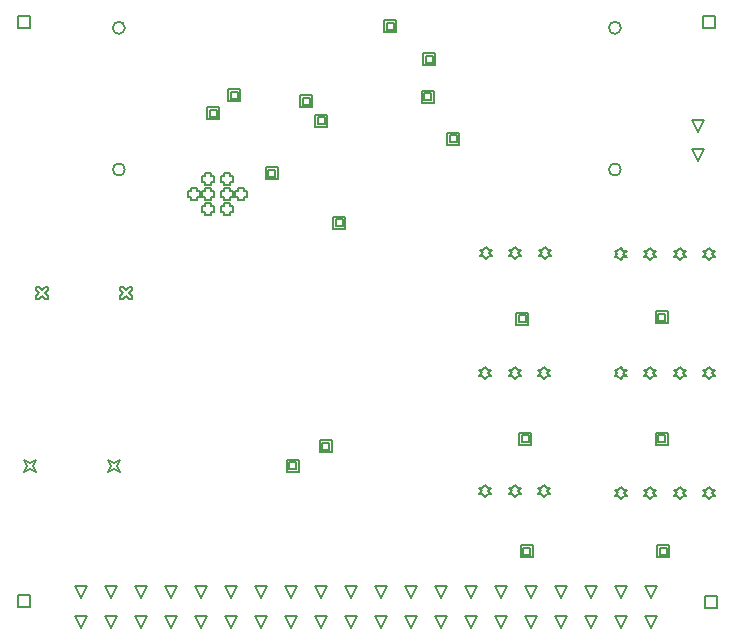
<source format=gbr>
G04*
G04 #@! TF.GenerationSoftware,Altium Limited,Altium Designer,23.10.1 (27)*
G04*
G04 Layer_Color=2752767*
%FSLAX42Y42*%
%MOMM*%
G71*
G04*
G04 #@! TF.SameCoordinates,D45A84C9-24EE-431E-81B0-E16C7BED9CBD*
G04*
G04*
G04 #@! TF.FilePolarity,Positive*
G04*
G01*
G75*
%ADD13C,0.13*%
%ADD105C,0.17*%
D13*
X483Y-5131D02*
X432Y-5029D01*
X533D01*
X483Y-5131D01*
Y-4877D02*
X432Y-4775D01*
X533D01*
X483Y-4877D01*
X737Y-5131D02*
X686Y-5029D01*
X787D01*
X737Y-5131D01*
Y-4877D02*
X686Y-4775D01*
X787D01*
X737Y-4877D01*
X991Y-5131D02*
X940Y-5029D01*
X1041D01*
X991Y-5131D01*
Y-4877D02*
X940Y-4775D01*
X1041D01*
X991Y-4877D01*
X1245Y-5131D02*
X1194Y-5029D01*
X1295D01*
X1245Y-5131D01*
Y-4877D02*
X1194Y-4775D01*
X1295D01*
X1245Y-4877D01*
X1499Y-5131D02*
X1448Y-5029D01*
X1549D01*
X1499Y-5131D01*
Y-4877D02*
X1448Y-4775D01*
X1549D01*
X1499Y-4877D01*
X1753Y-5131D02*
X1702Y-5029D01*
X1803D01*
X1753Y-5131D01*
Y-4877D02*
X1702Y-4775D01*
X1803D01*
X1753Y-4877D01*
X2007Y-5131D02*
X1956Y-5029D01*
X2057D01*
X2007Y-5131D01*
Y-4877D02*
X1956Y-4775D01*
X2057D01*
X2007Y-4877D01*
X2261Y-5131D02*
X2210Y-5029D01*
X2311D01*
X2261Y-5131D01*
Y-4877D02*
X2210Y-4775D01*
X2311D01*
X2261Y-4877D01*
X2515Y-5131D02*
X2464Y-5029D01*
X2565D01*
X2515Y-5131D01*
Y-4877D02*
X2464Y-4775D01*
X2565D01*
X2515Y-4877D01*
X2769Y-5131D02*
X2718Y-5029D01*
X2819D01*
X2769Y-5131D01*
Y-4877D02*
X2718Y-4775D01*
X2819D01*
X2769Y-4877D01*
X3023Y-5131D02*
X2972Y-5029D01*
X3073D01*
X3023Y-5131D01*
Y-4877D02*
X2972Y-4775D01*
X3073D01*
X3023Y-4877D01*
X3277Y-5131D02*
X3226Y-5029D01*
X3327D01*
X3277Y-5131D01*
Y-4877D02*
X3226Y-4775D01*
X3327D01*
X3277Y-4877D01*
X3531Y-5131D02*
X3480Y-5029D01*
X3581D01*
X3531Y-5131D01*
Y-4877D02*
X3480Y-4775D01*
X3581D01*
X3531Y-4877D01*
X3785Y-5131D02*
X3734Y-5029D01*
X3835D01*
X3785Y-5131D01*
Y-4877D02*
X3734Y-4775D01*
X3835D01*
X3785Y-4877D01*
X4039Y-5131D02*
X3988Y-5029D01*
X4089D01*
X4039Y-5131D01*
Y-4877D02*
X3988Y-4775D01*
X4089D01*
X4039Y-4877D01*
X4293Y-5131D02*
X4242Y-5029D01*
X4343D01*
X4293Y-5131D01*
Y-4877D02*
X4242Y-4775D01*
X4343D01*
X4293Y-4877D01*
X4547Y-5131D02*
X4496Y-5029D01*
X4597D01*
X4547Y-5131D01*
Y-4877D02*
X4496Y-4775D01*
X4597D01*
X4547Y-4877D01*
X4801Y-5131D02*
X4750Y-5029D01*
X4851D01*
X4801Y-5131D01*
Y-4877D02*
X4750Y-4775D01*
X4851D01*
X4801Y-4877D01*
X5055Y-5131D02*
X5004Y-5029D01*
X5105D01*
X5055Y-5131D01*
Y-4877D02*
X5004Y-4775D01*
X5105D01*
X5055Y-4877D01*
X5309Y-5131D02*
X5258Y-5029D01*
X5359D01*
X5309Y-5131D01*
Y-4877D02*
X5258Y-4775D01*
X5359D01*
X5309Y-4877D01*
X102Y-2350D02*
X127D01*
X152Y-2324D01*
X178Y-2350D01*
X203D01*
Y-2324D01*
X178Y-2299D01*
X203Y-2273D01*
Y-2248D01*
X178D01*
X152Y-2273D01*
X127Y-2248D01*
X102D01*
Y-2273D01*
X127Y-2299D01*
X102Y-2324D01*
Y-2350D01*
X813D02*
X838D01*
X864Y-2324D01*
X889Y-2350D01*
X914D01*
Y-2324D01*
X889Y-2299D01*
X914Y-2273D01*
Y-2248D01*
X889D01*
X864Y-2273D01*
X838Y-2248D01*
X813D01*
Y-2273D01*
X838Y-2299D01*
X813Y-2324D01*
Y-2350D01*
X5702Y-931D02*
X5651Y-830D01*
X5753D01*
X5702Y-931D01*
Y-1181D02*
X5651Y-1080D01*
X5753D01*
X5702Y-1181D01*
X4403Y-4024D02*
X4428Y-3999D01*
X4454D01*
X4428Y-3973D01*
X4454Y-3948D01*
X4428D01*
X4403Y-3923D01*
X4378Y-3948D01*
X4352D01*
X4378Y-3973D01*
X4352Y-3999D01*
X4378D01*
X4403Y-4024D01*
X4153D02*
X4178Y-3999D01*
X4204D01*
X4178Y-3973D01*
X4204Y-3948D01*
X4178D01*
X4153Y-3923D01*
X4128Y-3948D01*
X4102D01*
X4128Y-3973D01*
X4102Y-3999D01*
X4128D01*
X4153Y-4024D01*
X3903D02*
X3928Y-3999D01*
X3954D01*
X3928Y-3973D01*
X3954Y-3948D01*
X3928D01*
X3903Y-3923D01*
X3878Y-3948D01*
X3852D01*
X3878Y-3973D01*
X3852Y-3999D01*
X3878D01*
X3903Y-4024D01*
X5048Y-2018D02*
X5073Y-1992D01*
X5099D01*
X5073Y-1967D01*
X5099Y-1941D01*
X5073D01*
X5048Y-1916D01*
X5022Y-1941D01*
X4997D01*
X5022Y-1967D01*
X4997Y-1992D01*
X5022D01*
X5048Y-2018D01*
X5298D02*
X5323Y-1992D01*
X5349D01*
X5323Y-1967D01*
X5349Y-1941D01*
X5323D01*
X5298Y-1916D01*
X5272Y-1941D01*
X5247D01*
X5272Y-1967D01*
X5247Y-1992D01*
X5272D01*
X5298Y-2018D01*
X5548D02*
X5573Y-1992D01*
X5599D01*
X5573Y-1967D01*
X5599Y-1941D01*
X5573D01*
X5548Y-1916D01*
X5522Y-1941D01*
X5497D01*
X5522Y-1967D01*
X5497Y-1992D01*
X5522D01*
X5548Y-2018D01*
X5798D02*
X5823Y-1992D01*
X5849D01*
X5823Y-1967D01*
X5849Y-1941D01*
X5823D01*
X5798Y-1916D01*
X5772Y-1941D01*
X5747D01*
X5772Y-1967D01*
X5747Y-1992D01*
X5772D01*
X5798Y-2018D01*
X711Y-3810D02*
X737Y-3759D01*
X711Y-3708D01*
X762Y-3734D01*
X813Y-3708D01*
X787Y-3759D01*
X813Y-3810D01*
X762Y-3785D01*
X711Y-3810D01*
X0D02*
X25Y-3759D01*
X0Y-3708D01*
X51Y-3734D01*
X102Y-3708D01*
X76Y-3759D01*
X102Y-3810D01*
X51Y-3785D01*
X0Y-3810D01*
X5749Y-51D02*
Y51D01*
X5851D01*
Y-51D01*
X5749D01*
X-51D02*
Y51D01*
X51D01*
Y-51D01*
X-51D01*
Y-4951D02*
Y-4849D01*
X51D01*
Y-4951D01*
X-51D01*
X5766Y-4966D02*
Y-4864D01*
X5867D01*
Y-4966D01*
X5766D01*
X4407Y-2007D02*
X4432Y-1981D01*
X4458D01*
X4432Y-1956D01*
X4458Y-1930D01*
X4432D01*
X4407Y-1905D01*
X4381Y-1930D01*
X4356D01*
X4381Y-1956D01*
X4356Y-1981D01*
X4381D01*
X4407Y-2007D01*
X4157D02*
X4182Y-1981D01*
X4208D01*
X4182Y-1956D01*
X4208Y-1930D01*
X4182D01*
X4157Y-1905D01*
X4131Y-1930D01*
X4106D01*
X4131Y-1956D01*
X4106Y-1981D01*
X4131D01*
X4157Y-2007D01*
X3907D02*
X3932Y-1981D01*
X3958D01*
X3932Y-1956D01*
X3958Y-1930D01*
X3932D01*
X3907Y-1905D01*
X3881Y-1930D01*
X3856D01*
X3881Y-1956D01*
X3856Y-1981D01*
X3881D01*
X3907Y-2007D01*
X4403Y-3023D02*
X4428Y-2997D01*
X4454D01*
X4428Y-2972D01*
X4454Y-2946D01*
X4428D01*
X4403Y-2921D01*
X4378Y-2946D01*
X4352D01*
X4378Y-2972D01*
X4352Y-2997D01*
X4378D01*
X4403Y-3023D01*
X4153D02*
X4178Y-2997D01*
X4204D01*
X4178Y-2972D01*
X4204Y-2946D01*
X4178D01*
X4153Y-2921D01*
X4128Y-2946D01*
X4102D01*
X4128Y-2972D01*
X4102Y-2997D01*
X4128D01*
X4153Y-3023D01*
X3903D02*
X3928Y-2997D01*
X3954D01*
X3928Y-2972D01*
X3954Y-2946D01*
X3928D01*
X3903Y-2921D01*
X3878Y-2946D01*
X3852D01*
X3878Y-2972D01*
X3852Y-2997D01*
X3878D01*
X3903Y-3023D01*
X5050Y-4039D02*
X5075Y-4013D01*
X5101D01*
X5075Y-3988D01*
X5101Y-3962D01*
X5075D01*
X5050Y-3937D01*
X5024Y-3962D01*
X4999D01*
X5024Y-3988D01*
X4999Y-4013D01*
X5024D01*
X5050Y-4039D01*
X5300D02*
X5325Y-4013D01*
X5351D01*
X5325Y-3988D01*
X5351Y-3962D01*
X5325D01*
X5300Y-3937D01*
X5274Y-3962D01*
X5249D01*
X5274Y-3988D01*
X5249Y-4013D01*
X5274D01*
X5300Y-4039D01*
X5550D02*
X5575Y-4013D01*
X5601D01*
X5575Y-3988D01*
X5601Y-3962D01*
X5575D01*
X5550Y-3937D01*
X5524Y-3962D01*
X5499D01*
X5524Y-3988D01*
X5499Y-4013D01*
X5524D01*
X5550Y-4039D01*
X5800D02*
X5825Y-4013D01*
X5851D01*
X5825Y-3988D01*
X5851Y-3962D01*
X5825D01*
X5800Y-3937D01*
X5774Y-3962D01*
X5749D01*
X5774Y-3988D01*
X5749Y-4013D01*
X5774D01*
X5800Y-4039D01*
X5048Y-3021D02*
X5073Y-2995D01*
X5099D01*
X5073Y-2970D01*
X5099Y-2945D01*
X5073D01*
X5048Y-2919D01*
X5022Y-2945D01*
X4997D01*
X5022Y-2970D01*
X4997Y-2995D01*
X5022D01*
X5048Y-3021D01*
X5298D02*
X5323Y-2995D01*
X5349D01*
X5323Y-2970D01*
X5349Y-2945D01*
X5323D01*
X5298Y-2919D01*
X5272Y-2945D01*
X5247D01*
X5272Y-2970D01*
X5247Y-2995D01*
X5272D01*
X5298Y-3021D01*
X5548D02*
X5573Y-2995D01*
X5599D01*
X5573Y-2970D01*
X5599Y-2945D01*
X5573D01*
X5548Y-2919D01*
X5522Y-2945D01*
X5497D01*
X5522Y-2970D01*
X5497Y-2995D01*
X5522D01*
X5548Y-3021D01*
X5798D02*
X5823Y-2995D01*
X5849D01*
X5823Y-2970D01*
X5849Y-2945D01*
X5823D01*
X5798Y-2919D01*
X5772Y-2945D01*
X5747D01*
X5772Y-2970D01*
X5747Y-2995D01*
X5772D01*
X5798Y-3021D01*
X2045Y-1334D02*
Y-1232D01*
X2146D01*
Y-1334D01*
X2045D01*
X2065Y-1313D02*
Y-1252D01*
X2126D01*
Y-1313D01*
X2065D01*
X2616Y-1753D02*
Y-1651D01*
X2718D01*
Y-1753D01*
X2616D01*
X2637Y-1732D02*
Y-1671D01*
X2697D01*
Y-1732D01*
X2637D01*
X3048Y-89D02*
Y13D01*
X3150D01*
Y-89D01*
X3048D01*
X3068Y-69D02*
Y-8D01*
X3129D01*
Y-69D01*
X3068D01*
X3365Y-686D02*
Y-584D01*
X3467D01*
Y-686D01*
X3365D01*
X3386Y-665D02*
Y-605D01*
X3447D01*
Y-665D01*
X3386D01*
X3378Y-368D02*
Y-267D01*
X3480D01*
Y-368D01*
X3378D01*
X3399Y-348D02*
Y-287D01*
X3459D01*
Y-348D01*
X3399D01*
X3581Y-1041D02*
Y-940D01*
X3683D01*
Y-1041D01*
X3581D01*
X3602Y-1021D02*
Y-960D01*
X3663D01*
Y-1021D01*
X3602D01*
X1549Y-826D02*
Y-724D01*
X1651D01*
Y-826D01*
X1549D01*
X1570Y-805D02*
Y-744D01*
X1631D01*
Y-805D01*
X1570D01*
X2464Y-889D02*
Y-787D01*
X2565D01*
Y-889D01*
X2464D01*
X2484Y-869D02*
Y-808D01*
X2545D01*
Y-869D01*
X2484D01*
X2337Y-724D02*
Y-622D01*
X2438D01*
Y-724D01*
X2337D01*
X2357Y-704D02*
Y-643D01*
X2418D01*
Y-704D01*
X2357D01*
X1727Y-673D02*
Y-572D01*
X1829D01*
Y-673D01*
X1727D01*
X1748Y-653D02*
Y-592D01*
X1808D01*
Y-653D01*
X1748D01*
X2223Y-3810D02*
Y-3708D01*
X2324D01*
Y-3810D01*
X2223D01*
X2243Y-3790D02*
Y-3729D01*
X2304D01*
Y-3790D01*
X2243D01*
X4166Y-2565D02*
Y-2464D01*
X4267D01*
Y-2565D01*
X4166D01*
X4186Y-2545D02*
Y-2484D01*
X4247D01*
Y-2545D01*
X4186D01*
X5347Y-2553D02*
Y-2451D01*
X5448D01*
Y-2553D01*
X5347D01*
X5367Y-2532D02*
Y-2471D01*
X5428D01*
Y-2532D01*
X5367D01*
X5347Y-3581D02*
Y-3480D01*
X5448D01*
Y-3581D01*
X5347D01*
X5367Y-3561D02*
Y-3500D01*
X5428D01*
Y-3561D01*
X5367D01*
X5359Y-4534D02*
Y-4432D01*
X5461D01*
Y-4534D01*
X5359D01*
X5380Y-4514D02*
Y-4453D01*
X5441D01*
Y-4514D01*
X5380D01*
X4204Y-4534D02*
Y-4432D01*
X4305D01*
Y-4534D01*
X4204D01*
X4224Y-4514D02*
Y-4453D01*
X4285D01*
Y-4514D01*
X4224D01*
X4191Y-3581D02*
Y-3480D01*
X4293D01*
Y-3581D01*
X4191D01*
X4211Y-3561D02*
Y-3500D01*
X4272D01*
Y-3561D01*
X4211D01*
X2502Y-3645D02*
Y-3543D01*
X2603D01*
Y-3645D01*
X2502D01*
X2522Y-3625D02*
Y-3564D01*
X2583D01*
Y-3625D01*
X2522D01*
X1688Y-1611D02*
Y-1637D01*
X1739D01*
Y-1611D01*
X1764D01*
Y-1561D01*
X1739D01*
Y-1535D01*
X1688D01*
Y-1561D01*
X1662D01*
Y-1611D01*
X1688D01*
X1530D02*
Y-1637D01*
X1581D01*
Y-1611D01*
X1607D01*
Y-1561D01*
X1581D01*
Y-1535D01*
X1530D01*
Y-1561D01*
X1505D01*
Y-1611D01*
X1530D01*
Y-1357D02*
Y-1383D01*
X1581D01*
Y-1357D01*
X1607D01*
Y-1307D01*
X1581D01*
Y-1281D01*
X1530D01*
Y-1307D01*
X1505D01*
Y-1357D01*
X1530D01*
X1688D02*
Y-1383D01*
X1739D01*
Y-1357D01*
X1764D01*
Y-1307D01*
X1739D01*
Y-1281D01*
X1688D01*
Y-1307D01*
X1662D01*
Y-1357D01*
X1688D01*
Y-1485D02*
Y-1510D01*
X1739D01*
Y-1485D01*
X1764D01*
Y-1434D01*
X1739D01*
Y-1408D01*
X1688D01*
Y-1434D01*
X1662D01*
Y-1485D01*
X1688D01*
X1530D02*
Y-1510D01*
X1581D01*
Y-1485D01*
X1607D01*
Y-1434D01*
X1581D01*
Y-1408D01*
X1530D01*
Y-1434D01*
X1505D01*
Y-1485D01*
X1530D01*
X1409D02*
Y-1510D01*
X1460D01*
Y-1485D01*
X1485D01*
Y-1434D01*
X1460D01*
Y-1408D01*
X1409D01*
Y-1434D01*
X1384D01*
Y-1485D01*
X1409D01*
X1809D02*
Y-1510D01*
X1860D01*
Y-1485D01*
X1885D01*
Y-1434D01*
X1860D01*
Y-1408D01*
X1809D01*
Y-1434D01*
X1784D01*
Y-1485D01*
X1809D01*
D105*
X5051Y-1250D02*
G03*
X5051Y-1250I-51J0D01*
G01*
X851Y-50D02*
G03*
X851Y-50I-51J0D01*
G01*
Y-1250D02*
G03*
X851Y-1250I-51J0D01*
G01*
X5051Y-50D02*
G03*
X5051Y-50I-51J0D01*
G01*
M02*

</source>
